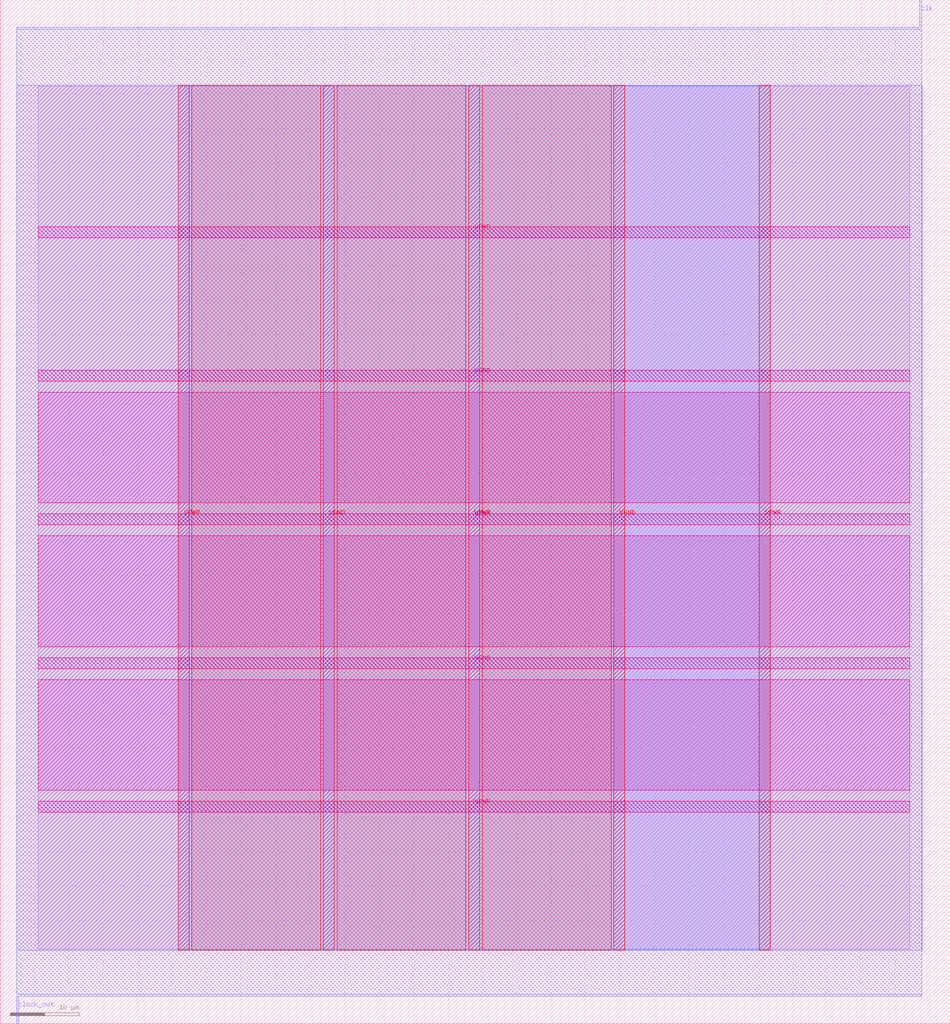
<source format=lef>
VERSION 5.7 ;
  NOWIREEXTENSIONATPIN ON ;
  DIVIDERCHAR "/" ;
  BUSBITCHARS "[]" ;
MACRO clk_divider
  CLASS BLOCK ;
  FOREIGN clk_divider ;
  ORIGIN 0.000 0.000 ;
  SIZE 137.890 BY 148.610 ;
  PIN clk
    DIRECTION INPUT ;
    USE SIGNAL ;
    PORT
      LAYER met2 ;
        RECT 133.490 144.610 133.770 148.610 ;
    END
  END clk
  PIN clock_out
    DIRECTION OUTPUT TRISTATE ;
    USE SIGNAL ;
    PORT
      LAYER met2 ;
        RECT 2.390 0.000 2.670 4.000 ;
    END
  END clock_out
  PIN VPWR
    DIRECTION INOUT ;
    USE POWER ;
    PORT
      LAYER met4 ;
        RECT 110.135 10.640 111.735 136.240 ;
    END
  END VPWR
  PIN VPWR
    DIRECTION INOUT ;
    USE POWER ;
    PORT
      LAYER met4 ;
        RECT 67.970 10.640 69.570 136.240 ;
    END
  END VPWR
  PIN VPWR
    DIRECTION INOUT ;
    USE POWER ;
    PORT
      LAYER met4 ;
        RECT 25.805 10.640 27.405 136.240 ;
    END
  END VPWR
  PIN VPWR
    DIRECTION INOUT ;
    USE POWER ;
    PORT
      LAYER met5 ;
        RECT 5.520 114.105 132.020 115.705 ;
    END
  END VPWR
  PIN VPWR
    DIRECTION INOUT ;
    USE POWER ;
    PORT
      LAYER met5 ;
        RECT 5.520 72.400 132.020 74.000 ;
    END
  END VPWR
  PIN VPWR
    DIRECTION INOUT ;
    USE POWER ;
    PORT
      LAYER met5 ;
        RECT 5.520 30.695 132.020 32.295 ;
    END
  END VPWR
  PIN VGND
    DIRECTION INOUT ;
    USE GROUND ;
    PORT
      LAYER met4 ;
        RECT 89.055 10.640 90.655 136.240 ;
    END
  END VGND
  PIN VGND
    DIRECTION INOUT ;
    USE GROUND ;
    PORT
      LAYER met4 ;
        RECT 46.885 10.640 48.485 136.240 ;
    END
  END VGND
  PIN VGND
    DIRECTION INOUT ;
    USE GROUND ;
    PORT
      LAYER met5 ;
        RECT 5.520 93.255 132.020 94.855 ;
    END
  END VGND
  PIN VGND
    DIRECTION INOUT ;
    USE GROUND ;
    PORT
      LAYER met5 ;
        RECT 5.520 51.545 132.020 53.145 ;
    END
  END VGND
  OBS
      LAYER li1 ;
        RECT 5.520 10.795 132.020 136.085 ;
      LAYER met1 ;
        RECT 2.370 10.640 133.790 136.240 ;
      LAYER met2 ;
        RECT 2.400 144.330 133.210 144.610 ;
        RECT 2.400 4.280 133.760 144.330 ;
        RECT 2.950 4.000 133.760 4.280 ;
      LAYER met3 ;
        RECT 25.800 10.715 111.735 136.165 ;
      LAYER met4 ;
        RECT 27.805 10.640 46.485 136.240 ;
        RECT 48.885 10.640 67.570 136.240 ;
        RECT 69.970 10.640 88.655 136.240 ;
      LAYER met5 ;
        RECT 5.520 75.600 132.020 91.655 ;
        RECT 5.520 54.745 132.020 70.800 ;
        RECT 5.520 33.895 132.020 49.945 ;
  END
END clk_divider
END LIBRARY


</source>
